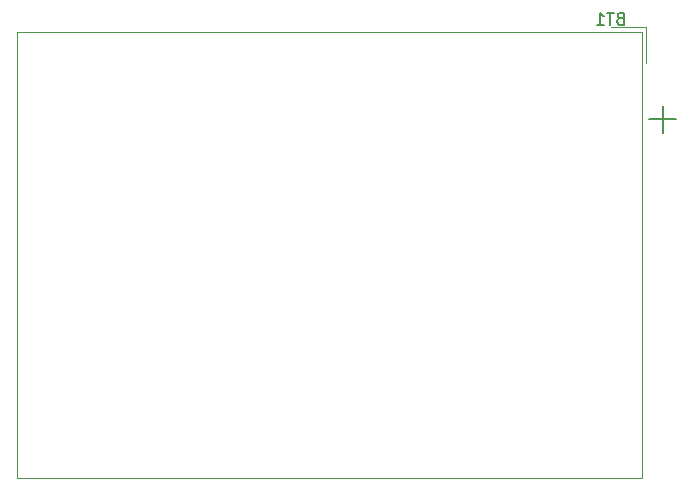
<source format=gbo>
G04 #@! TF.GenerationSoftware,KiCad,Pcbnew,6.0.2-378541a8eb~116~ubuntu21.10.1*
G04 #@! TF.CreationDate,2022-03-02T08:52:49+01:00*
G04 #@! TF.ProjectId,BH,42482e6b-6963-4616-945f-706362585858,rev?*
G04 #@! TF.SameCoordinates,Original*
G04 #@! TF.FileFunction,Legend,Bot*
G04 #@! TF.FilePolarity,Positive*
%FSLAX46Y46*%
G04 Gerber Fmt 4.6, Leading zero omitted, Abs format (unit mm)*
G04 Created by KiCad (PCBNEW 6.0.2-378541a8eb~116~ubuntu21.10.1) date 2022-03-02 08:52:49*
%MOMM*%
%LPD*%
G01*
G04 APERTURE LIST*
%ADD10C,0.150000*%
%ADD11C,0.120000*%
G04 APERTURE END LIST*
D10*
G04 #@! TO.C,BT1*
X165975714Y-90793571D02*
X165832857Y-90841190D01*
X165785238Y-90888809D01*
X165737619Y-90984047D01*
X165737619Y-91126904D01*
X165785238Y-91222142D01*
X165832857Y-91269761D01*
X165928095Y-91317380D01*
X166309047Y-91317380D01*
X166309047Y-90317380D01*
X165975714Y-90317380D01*
X165880476Y-90365000D01*
X165832857Y-90412619D01*
X165785238Y-90507857D01*
X165785238Y-90603095D01*
X165832857Y-90698333D01*
X165880476Y-90745952D01*
X165975714Y-90793571D01*
X166309047Y-90793571D01*
X165451904Y-90317380D02*
X164880476Y-90317380D01*
X165166190Y-91317380D02*
X165166190Y-90317380D01*
X164023333Y-91317380D02*
X164594761Y-91317380D01*
X164309047Y-91317380D02*
X164309047Y-90317380D01*
X164404285Y-90460238D01*
X164499523Y-90555476D01*
X164594761Y-90603095D01*
X170742857Y-99324285D02*
X168457142Y-99324285D01*
X169600000Y-100467142D02*
X169600000Y-98181428D01*
D11*
X168190000Y-94560000D02*
X168190000Y-91560000D01*
X168190000Y-91560000D02*
X165190000Y-91560000D01*
X114940000Y-91940000D02*
X114940000Y-129680000D01*
X167810000Y-91940000D02*
X167810000Y-129680000D01*
X167810000Y-91940000D02*
X114940000Y-91940000D01*
X167810000Y-129680000D02*
X114940000Y-129680000D01*
G04 #@! TD*
M02*

</source>
